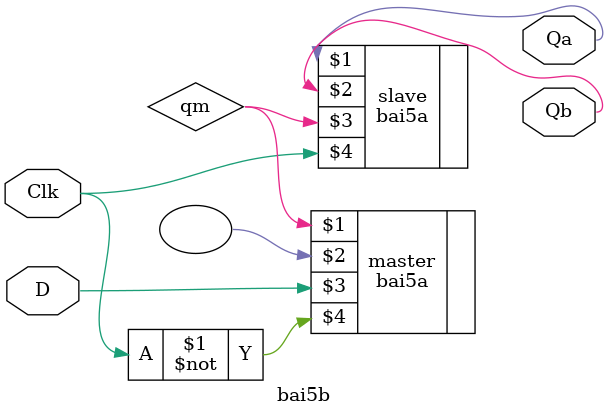
<source format=v>
module bai5b(
	output Qa, Qb,
	input D, Clk
);

	wire qm, tmp;
	bai5a master(qm, , D, ~Clk);
	bai5a slave(Qa, Qb, qm, Clk);
endmodule 
</source>
